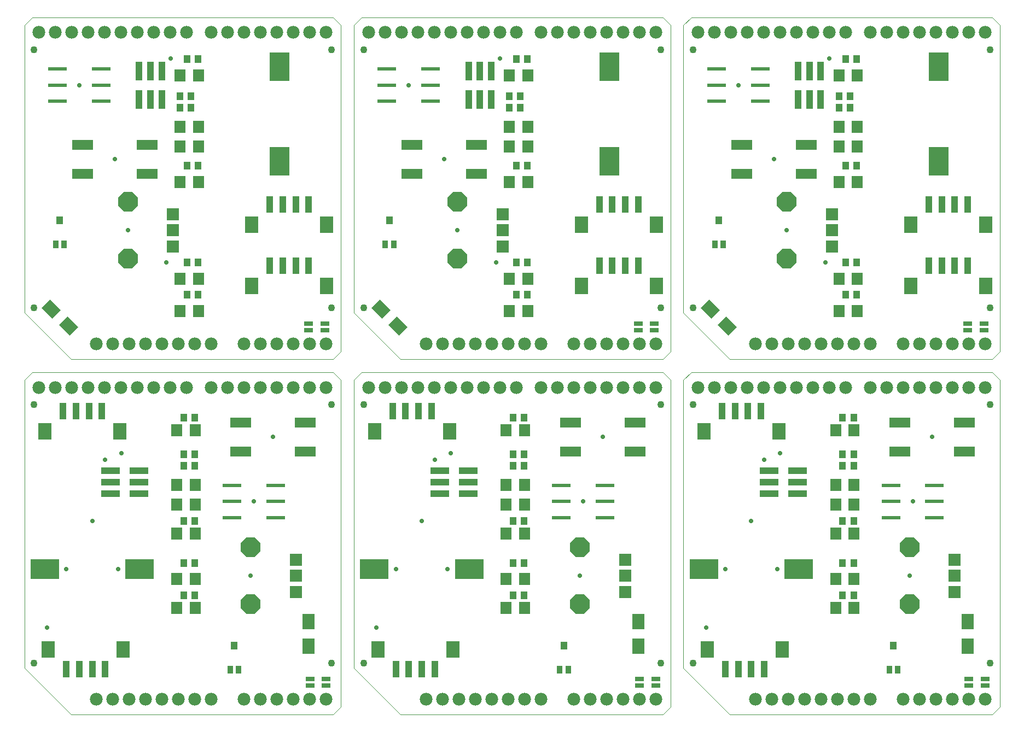
<source format=gts>
G75*
%MOIN*%
%OFA0B0*%
%FSLAX25Y25*%
%IPPOS*%
%LPD*%
%AMOC8*
5,1,8,0,0,1.08239X$1,22.5*
%
%ADD10C,0.00004*%
%ADD11R,0.07290X0.09258*%
%ADD12R,0.11424X0.04337*%
%ADD13R,0.06699X0.07498*%
%ADD14R,0.12605X0.05912*%
%ADD15R,0.17723X0.12211*%
%ADD16R,0.05400X0.02900*%
%ADD17R,0.11227X0.02369*%
%ADD18R,0.07800X0.07800*%
%ADD19OC8,0.12211*%
%ADD20R,0.04337X0.04731*%
%ADD21R,0.04337X0.10243*%
%ADD22R,0.08274X0.10243*%
%ADD23C,0.07800*%
%ADD24C,0.04337*%
%ADD25C,0.02900*%
%ADD26R,0.03550X0.04731*%
%ADD27R,0.09258X0.07290*%
%ADD28R,0.04337X0.11424*%
%ADD29R,0.12211X0.17723*%
D10*
X0036043Y0037220D02*
X0064390Y0008874D01*
X0224232Y0008874D01*
X0228957Y0013598D01*
X0228957Y0212811D01*
X0224232Y0217535D01*
X0040768Y0217535D01*
X0036043Y0212811D01*
X0036043Y0037220D01*
X0236831Y0037220D02*
X0265177Y0008874D01*
X0425020Y0008874D01*
X0429744Y0013598D01*
X0429744Y0212811D01*
X0425020Y0217535D01*
X0241555Y0217535D01*
X0236831Y0212811D01*
X0236831Y0037220D01*
X0437618Y0037220D02*
X0465965Y0008874D01*
X0625807Y0008874D01*
X0630531Y0013598D01*
X0630531Y0212811D01*
X0625807Y0217535D01*
X0442343Y0217535D01*
X0437618Y0212811D01*
X0437618Y0037220D01*
X0425020Y0225409D02*
X0265177Y0225409D01*
X0236831Y0253756D01*
X0236831Y0429346D01*
X0241555Y0434071D01*
X0425020Y0434071D01*
X0429744Y0429346D01*
X0429744Y0230134D01*
X0425020Y0225409D01*
X0437618Y0253756D02*
X0465965Y0225409D01*
X0625807Y0225409D01*
X0630531Y0230134D01*
X0630531Y0429346D01*
X0625807Y0434071D01*
X0442343Y0434071D01*
X0437618Y0429346D01*
X0437618Y0253756D01*
X0228957Y0230134D02*
X0224232Y0225409D01*
X0064390Y0225409D01*
X0036043Y0253756D01*
X0036043Y0429346D01*
X0040768Y0434071D01*
X0224232Y0434071D01*
X0228957Y0429346D01*
X0228957Y0230134D01*
D11*
X0209272Y0065469D03*
X0209272Y0050705D03*
X0410059Y0050705D03*
X0410059Y0065469D03*
X0610846Y0065469D03*
X0610846Y0050705D03*
D12*
X0507303Y0143717D03*
X0507303Y0150606D03*
X0507303Y0157496D03*
X0489980Y0157496D03*
X0489980Y0150606D03*
X0489980Y0143717D03*
X0306516Y0143717D03*
X0306516Y0150606D03*
X0306516Y0157496D03*
X0289193Y0157496D03*
X0289193Y0150606D03*
X0289193Y0143717D03*
X0105728Y0143717D03*
X0105728Y0150606D03*
X0105728Y0157496D03*
X0088406Y0157496D03*
X0088406Y0150606D03*
X0088406Y0143717D03*
D13*
X0128870Y0148835D03*
X0140067Y0148835D03*
X0140067Y0136827D03*
X0128870Y0136827D03*
X0128870Y0119110D03*
X0140067Y0119110D03*
X0140067Y0091551D03*
X0128870Y0091551D03*
X0128870Y0073835D03*
X0140067Y0073835D03*
X0140067Y0182102D03*
X0128870Y0182102D03*
X0130839Y0254937D03*
X0142035Y0254937D03*
X0142035Y0274622D03*
X0130839Y0274622D03*
X0130839Y0333677D03*
X0142035Y0333677D03*
X0142035Y0355331D03*
X0130839Y0355331D03*
X0130839Y0367339D03*
X0142035Y0367339D03*
X0142035Y0398638D03*
X0130839Y0398638D03*
X0331626Y0398638D03*
X0342823Y0398638D03*
X0342823Y0367339D03*
X0331626Y0367339D03*
X0331626Y0355331D03*
X0342823Y0355331D03*
X0342823Y0333677D03*
X0331626Y0333677D03*
X0331626Y0274622D03*
X0342823Y0274622D03*
X0342823Y0254937D03*
X0331626Y0254937D03*
X0329657Y0182102D03*
X0340854Y0182102D03*
X0340854Y0148835D03*
X0329657Y0148835D03*
X0329657Y0136827D03*
X0340854Y0136827D03*
X0340854Y0119110D03*
X0329657Y0119110D03*
X0329657Y0091551D03*
X0340854Y0091551D03*
X0340854Y0073835D03*
X0329657Y0073835D03*
X0530445Y0073835D03*
X0541642Y0073835D03*
X0541642Y0091551D03*
X0530445Y0091551D03*
X0530445Y0119110D03*
X0541642Y0119110D03*
X0541642Y0136827D03*
X0530445Y0136827D03*
X0530445Y0148835D03*
X0541642Y0148835D03*
X0541642Y0182102D03*
X0530445Y0182102D03*
X0532413Y0254937D03*
X0543610Y0254937D03*
X0543610Y0274622D03*
X0532413Y0274622D03*
X0532413Y0333677D03*
X0543610Y0333677D03*
X0543610Y0355331D03*
X0532413Y0355331D03*
X0532413Y0367339D03*
X0543610Y0367339D03*
X0543610Y0398638D03*
X0532413Y0398638D03*
D14*
X0512421Y0356315D03*
X0512421Y0338598D03*
X0473051Y0338598D03*
X0473051Y0356315D03*
X0311634Y0356315D03*
X0311634Y0338598D03*
X0272264Y0338598D03*
X0272264Y0356315D03*
X0110846Y0356315D03*
X0110846Y0338598D03*
X0071476Y0338598D03*
X0071476Y0356315D03*
X0167933Y0187024D03*
X0167933Y0169307D03*
X0207303Y0169307D03*
X0207303Y0187024D03*
X0368720Y0187024D03*
X0368720Y0169307D03*
X0408091Y0169307D03*
X0408091Y0187024D03*
X0569508Y0187024D03*
X0569508Y0169307D03*
X0608878Y0169307D03*
X0608878Y0187024D03*
D15*
X0507894Y0097457D03*
X0450020Y0097457D03*
X0307106Y0097457D03*
X0249232Y0097457D03*
X0106319Y0097457D03*
X0048445Y0097457D03*
D16*
X0210059Y0030559D03*
X0210059Y0026559D03*
X0219902Y0026559D03*
X0219902Y0030559D03*
X0410846Y0030559D03*
X0410846Y0026559D03*
X0420689Y0026559D03*
X0420689Y0030559D03*
X0611634Y0030559D03*
X0611634Y0026559D03*
X0621476Y0026559D03*
X0621476Y0030559D03*
X0620689Y0243094D03*
X0620689Y0247094D03*
X0610846Y0247094D03*
X0610846Y0243094D03*
X0419902Y0243094D03*
X0419902Y0247094D03*
X0410059Y0247094D03*
X0410059Y0243094D03*
X0219114Y0243094D03*
X0219114Y0247094D03*
X0209272Y0247094D03*
X0209272Y0243094D03*
D17*
X0189094Y0148638D03*
X0189094Y0138795D03*
X0189094Y0128953D03*
X0162520Y0128953D03*
X0162520Y0138795D03*
X0162520Y0148638D03*
X0363307Y0148638D03*
X0363307Y0138795D03*
X0363307Y0128953D03*
X0389882Y0128953D03*
X0389882Y0138795D03*
X0389882Y0148638D03*
X0564094Y0148638D03*
X0564094Y0138795D03*
X0564094Y0128953D03*
X0590669Y0128953D03*
X0590669Y0138795D03*
X0590669Y0148638D03*
X0484370Y0382890D03*
X0484370Y0392732D03*
X0484370Y0402575D03*
X0457795Y0402575D03*
X0457795Y0392732D03*
X0457795Y0382890D03*
X0283583Y0382890D03*
X0283583Y0392732D03*
X0283583Y0402575D03*
X0257008Y0402575D03*
X0257008Y0392732D03*
X0257008Y0382890D03*
X0082795Y0382890D03*
X0082795Y0392732D03*
X0082795Y0402575D03*
X0056220Y0402575D03*
X0056220Y0392732D03*
X0056220Y0382890D03*
D18*
X0126594Y0313992D03*
X0126594Y0304150D03*
X0126594Y0294307D03*
X0327382Y0294307D03*
X0327382Y0304150D03*
X0327382Y0313992D03*
X0528169Y0313992D03*
X0528169Y0304150D03*
X0528169Y0294307D03*
X0602972Y0103362D03*
X0602972Y0093520D03*
X0602972Y0083677D03*
X0402185Y0083677D03*
X0402185Y0093520D03*
X0402185Y0103362D03*
X0201398Y0103362D03*
X0201398Y0093520D03*
X0201398Y0083677D03*
D19*
X0173839Y0076197D03*
X0173839Y0110843D03*
X0374626Y0110843D03*
X0374626Y0076197D03*
X0575413Y0076197D03*
X0575413Y0110843D03*
X0500610Y0286827D03*
X0500610Y0321472D03*
X0299823Y0321472D03*
X0299823Y0286827D03*
X0099035Y0286827D03*
X0099035Y0321472D03*
D20*
X0135059Y0343520D03*
X0141752Y0343520D03*
X0137531Y0378953D03*
X0130839Y0378953D03*
X0130839Y0386039D03*
X0137531Y0386039D03*
X0135059Y0408480D03*
X0141752Y0408480D03*
X0057657Y0310094D03*
X0135059Y0284465D03*
X0141752Y0284465D03*
X0141752Y0264780D03*
X0135059Y0264780D03*
X0133091Y0189976D03*
X0139783Y0189976D03*
X0139783Y0167535D03*
X0133091Y0167535D03*
X0133091Y0160449D03*
X0139783Y0160449D03*
X0139783Y0126984D03*
X0133091Y0126984D03*
X0133091Y0101394D03*
X0139783Y0101394D03*
X0139783Y0081709D03*
X0133091Y0081709D03*
X0163957Y0051039D03*
X0333878Y0081709D03*
X0340571Y0081709D03*
X0340571Y0101394D03*
X0333878Y0101394D03*
X0333878Y0126984D03*
X0340571Y0126984D03*
X0340571Y0160449D03*
X0333878Y0160449D03*
X0333878Y0167535D03*
X0340571Y0167535D03*
X0340571Y0189976D03*
X0333878Y0189976D03*
X0335846Y0264780D03*
X0342539Y0264780D03*
X0342539Y0284465D03*
X0335846Y0284465D03*
X0258445Y0310094D03*
X0335846Y0343520D03*
X0342539Y0343520D03*
X0338319Y0378953D03*
X0331626Y0378953D03*
X0331626Y0386039D03*
X0338319Y0386039D03*
X0335846Y0408480D03*
X0342539Y0408480D03*
X0459232Y0310094D03*
X0536634Y0284465D03*
X0543327Y0284465D03*
X0543327Y0264780D03*
X0536634Y0264780D03*
X0534665Y0189976D03*
X0541358Y0189976D03*
X0541358Y0167535D03*
X0534665Y0167535D03*
X0534665Y0160449D03*
X0541358Y0160449D03*
X0541358Y0126984D03*
X0534665Y0126984D03*
X0534665Y0101394D03*
X0541358Y0101394D03*
X0541358Y0081709D03*
X0534665Y0081709D03*
X0565531Y0051039D03*
X0364744Y0051039D03*
X0536634Y0343520D03*
X0543327Y0343520D03*
X0539106Y0378953D03*
X0532413Y0378953D03*
X0532413Y0386039D03*
X0539106Y0386039D03*
X0536634Y0408480D03*
X0543327Y0408480D03*
D21*
X0587224Y0319898D03*
X0595098Y0319898D03*
X0602972Y0319898D03*
X0610846Y0319898D03*
X0610846Y0282496D03*
X0602972Y0282496D03*
X0595098Y0282496D03*
X0587224Y0282496D03*
X0484862Y0193913D03*
X0476988Y0193913D03*
X0469114Y0193913D03*
X0461240Y0193913D03*
X0410059Y0282496D03*
X0402185Y0282496D03*
X0394311Y0282496D03*
X0386437Y0282496D03*
X0386437Y0319898D03*
X0394311Y0319898D03*
X0402185Y0319898D03*
X0410059Y0319898D03*
X0284075Y0193913D03*
X0276201Y0193913D03*
X0268327Y0193913D03*
X0260453Y0193913D03*
X0209272Y0282496D03*
X0201398Y0282496D03*
X0193524Y0282496D03*
X0185650Y0282496D03*
X0185650Y0319898D03*
X0193524Y0319898D03*
X0201398Y0319898D03*
X0209272Y0319898D03*
X0083287Y0193913D03*
X0075413Y0193913D03*
X0067539Y0193913D03*
X0059665Y0193913D03*
X0061634Y0036433D03*
X0069508Y0036433D03*
X0077382Y0036433D03*
X0085256Y0036433D03*
X0262421Y0036433D03*
X0270295Y0036433D03*
X0278169Y0036433D03*
X0286043Y0036433D03*
X0463209Y0036433D03*
X0471083Y0036433D03*
X0478957Y0036433D03*
X0486831Y0036433D03*
D22*
X0497854Y0048728D03*
X0452185Y0048728D03*
X0297067Y0048728D03*
X0251398Y0048728D03*
X0096280Y0048728D03*
X0050610Y0048728D03*
X0048642Y0181618D03*
X0094311Y0181618D03*
X0174626Y0270201D03*
X0220295Y0270201D03*
X0220295Y0307602D03*
X0174626Y0307602D03*
X0249429Y0181618D03*
X0295098Y0181618D03*
X0375413Y0270201D03*
X0421083Y0270201D03*
X0421083Y0307602D03*
X0375413Y0307602D03*
X0450217Y0181618D03*
X0495886Y0181618D03*
X0576201Y0270201D03*
X0621870Y0270201D03*
X0621870Y0307602D03*
X0576201Y0307602D03*
D23*
X0571575Y0234740D03*
X0581575Y0234740D03*
X0591575Y0234740D03*
X0601575Y0234740D03*
X0611575Y0234740D03*
X0621575Y0234740D03*
X0621575Y0208205D03*
X0611575Y0208205D03*
X0601575Y0208205D03*
X0591575Y0208205D03*
X0581575Y0208205D03*
X0571575Y0208205D03*
X0561575Y0208205D03*
X0551575Y0208205D03*
X0536575Y0208205D03*
X0526575Y0208205D03*
X0516575Y0208205D03*
X0506575Y0208205D03*
X0496575Y0208205D03*
X0486575Y0208205D03*
X0476575Y0208205D03*
X0466575Y0208205D03*
X0456575Y0208205D03*
X0446575Y0208205D03*
X0420787Y0208205D03*
X0410787Y0208205D03*
X0400787Y0208205D03*
X0390787Y0208205D03*
X0380787Y0208205D03*
X0370787Y0208205D03*
X0360787Y0208205D03*
X0350787Y0208205D03*
X0335787Y0208205D03*
X0325787Y0208205D03*
X0315787Y0208205D03*
X0305787Y0208205D03*
X0295787Y0208205D03*
X0285787Y0208205D03*
X0275787Y0208205D03*
X0265787Y0208205D03*
X0255787Y0208205D03*
X0245787Y0208205D03*
X0220000Y0208205D03*
X0210000Y0208205D03*
X0200000Y0208205D03*
X0190000Y0208205D03*
X0180000Y0208205D03*
X0170000Y0208205D03*
X0160000Y0208205D03*
X0150000Y0208205D03*
X0135000Y0208205D03*
X0125000Y0208205D03*
X0115000Y0208205D03*
X0105000Y0208205D03*
X0095000Y0208205D03*
X0085000Y0208205D03*
X0075000Y0208205D03*
X0065000Y0208205D03*
X0055000Y0208205D03*
X0045000Y0208205D03*
X0080000Y0234740D03*
X0090000Y0234740D03*
X0100000Y0234740D03*
X0110000Y0234740D03*
X0120000Y0234740D03*
X0130000Y0234740D03*
X0140000Y0234740D03*
X0150000Y0234740D03*
X0170000Y0234740D03*
X0180000Y0234740D03*
X0190000Y0234740D03*
X0200000Y0234740D03*
X0210000Y0234740D03*
X0220000Y0234740D03*
X0280787Y0234740D03*
X0290787Y0234740D03*
X0300787Y0234740D03*
X0310787Y0234740D03*
X0320787Y0234740D03*
X0330787Y0234740D03*
X0340787Y0234740D03*
X0350787Y0234740D03*
X0370787Y0234740D03*
X0380787Y0234740D03*
X0390787Y0234740D03*
X0400787Y0234740D03*
X0410787Y0234740D03*
X0420787Y0234740D03*
X0481575Y0234740D03*
X0491575Y0234740D03*
X0501575Y0234740D03*
X0511575Y0234740D03*
X0521575Y0234740D03*
X0531575Y0234740D03*
X0541575Y0234740D03*
X0551575Y0234740D03*
X0551575Y0424740D03*
X0561575Y0424740D03*
X0571575Y0424740D03*
X0581575Y0424740D03*
X0591575Y0424740D03*
X0601575Y0424740D03*
X0611575Y0424740D03*
X0621575Y0424740D03*
X0536575Y0424740D03*
X0526575Y0424740D03*
X0516575Y0424740D03*
X0506575Y0424740D03*
X0496575Y0424740D03*
X0486575Y0424740D03*
X0476575Y0424740D03*
X0466575Y0424740D03*
X0456575Y0424740D03*
X0446575Y0424740D03*
X0420787Y0424740D03*
X0410787Y0424740D03*
X0400787Y0424740D03*
X0390787Y0424740D03*
X0380787Y0424740D03*
X0370787Y0424740D03*
X0360787Y0424740D03*
X0350787Y0424740D03*
X0335787Y0424740D03*
X0325787Y0424740D03*
X0315787Y0424740D03*
X0305787Y0424740D03*
X0295787Y0424740D03*
X0285787Y0424740D03*
X0275787Y0424740D03*
X0265787Y0424740D03*
X0255787Y0424740D03*
X0245787Y0424740D03*
X0220000Y0424740D03*
X0210000Y0424740D03*
X0200000Y0424740D03*
X0190000Y0424740D03*
X0180000Y0424740D03*
X0170000Y0424740D03*
X0160000Y0424740D03*
X0150000Y0424740D03*
X0135000Y0424740D03*
X0125000Y0424740D03*
X0115000Y0424740D03*
X0105000Y0424740D03*
X0095000Y0424740D03*
X0085000Y0424740D03*
X0075000Y0424740D03*
X0065000Y0424740D03*
X0055000Y0424740D03*
X0045000Y0424740D03*
X0080000Y0018205D03*
X0090000Y0018205D03*
X0100000Y0018205D03*
X0110000Y0018205D03*
X0120000Y0018205D03*
X0130000Y0018205D03*
X0140000Y0018205D03*
X0150000Y0018205D03*
X0170000Y0018205D03*
X0180000Y0018205D03*
X0190000Y0018205D03*
X0200000Y0018205D03*
X0210000Y0018205D03*
X0220000Y0018205D03*
X0280787Y0018205D03*
X0290787Y0018205D03*
X0300787Y0018205D03*
X0310787Y0018205D03*
X0320787Y0018205D03*
X0330787Y0018205D03*
X0340787Y0018205D03*
X0350787Y0018205D03*
X0370787Y0018205D03*
X0380787Y0018205D03*
X0390787Y0018205D03*
X0400787Y0018205D03*
X0410787Y0018205D03*
X0420787Y0018205D03*
X0481575Y0018205D03*
X0491575Y0018205D03*
X0501575Y0018205D03*
X0511575Y0018205D03*
X0521575Y0018205D03*
X0531575Y0018205D03*
X0541575Y0018205D03*
X0551575Y0018205D03*
X0571575Y0018205D03*
X0581575Y0018205D03*
X0591575Y0018205D03*
X0601575Y0018205D03*
X0611575Y0018205D03*
X0621575Y0018205D03*
D24*
X0624626Y0040370D03*
X0443524Y0040370D03*
X0423839Y0040370D03*
X0242736Y0040370D03*
X0223051Y0040370D03*
X0041949Y0040370D03*
X0041949Y0197850D03*
X0041949Y0256906D03*
X0223051Y0256906D03*
X0242736Y0256906D03*
X0242736Y0197850D03*
X0223051Y0197850D03*
X0423839Y0197850D03*
X0443524Y0197850D03*
X0443524Y0256906D03*
X0423839Y0256906D03*
X0624626Y0256906D03*
X0624626Y0197850D03*
X0624626Y0414386D03*
X0443524Y0414386D03*
X0423839Y0414386D03*
X0242736Y0414386D03*
X0223051Y0414386D03*
X0041949Y0414386D03*
D25*
X0069508Y0392732D03*
X0125035Y0408984D03*
X0091161Y0347457D03*
X0099035Y0304150D03*
X0122657Y0284465D03*
X0187618Y0178165D03*
X0175807Y0138795D03*
X0173839Y0093520D03*
X0250610Y0062024D03*
X0262421Y0097457D03*
X0293917Y0097457D03*
X0278169Y0126984D03*
X0286043Y0164386D03*
X0295886Y0168323D03*
X0376594Y0138795D03*
X0388406Y0178165D03*
X0478957Y0126984D03*
X0494705Y0097457D03*
X0463209Y0097457D03*
X0451398Y0062024D03*
X0374626Y0093520D03*
X0486831Y0164386D03*
X0496673Y0168323D03*
X0577382Y0138795D03*
X0589193Y0178165D03*
X0575413Y0093520D03*
X0524232Y0284465D03*
X0500610Y0304150D03*
X0492736Y0347457D03*
X0471083Y0392732D03*
X0526610Y0408984D03*
X0325823Y0408984D03*
X0270295Y0392732D03*
X0291949Y0347457D03*
X0299823Y0304150D03*
X0323445Y0284465D03*
X0095098Y0168323D03*
X0085256Y0164386D03*
X0077382Y0126984D03*
X0093130Y0097457D03*
X0061634Y0097457D03*
X0049823Y0062024D03*
D26*
X0161437Y0036354D03*
X0166555Y0036354D03*
X0362224Y0036354D03*
X0367343Y0036354D03*
X0563012Y0036354D03*
X0568130Y0036354D03*
X0461831Y0295409D03*
X0456713Y0295409D03*
X0261043Y0295409D03*
X0255925Y0295409D03*
X0060256Y0295409D03*
X0055138Y0295409D03*
D27*
G36*
X0051782Y0262070D02*
X0058327Y0255525D01*
X0053172Y0250370D01*
X0046627Y0256915D01*
X0051782Y0262070D01*
G37*
G36*
X0062222Y0251630D02*
X0068767Y0245085D01*
X0063612Y0239930D01*
X0057067Y0246475D01*
X0062222Y0251630D01*
G37*
G36*
X0252569Y0262070D02*
X0259114Y0255525D01*
X0253959Y0250370D01*
X0247414Y0256915D01*
X0252569Y0262070D01*
G37*
G36*
X0263009Y0251630D02*
X0269554Y0245085D01*
X0264399Y0239930D01*
X0257854Y0246475D01*
X0263009Y0251630D01*
G37*
G36*
X0453357Y0262070D02*
X0459902Y0255525D01*
X0454747Y0250370D01*
X0448202Y0256915D01*
X0453357Y0262070D01*
G37*
G36*
X0463796Y0251630D02*
X0470341Y0245085D01*
X0465186Y0239930D01*
X0458641Y0246475D01*
X0463796Y0251630D01*
G37*
D28*
X0507500Y0384071D03*
X0514390Y0384071D03*
X0521280Y0384071D03*
X0521280Y0401394D03*
X0514390Y0401394D03*
X0507500Y0401394D03*
X0320492Y0401394D03*
X0313602Y0401394D03*
X0306713Y0401394D03*
X0306713Y0384071D03*
X0313602Y0384071D03*
X0320492Y0384071D03*
X0119705Y0384071D03*
X0112815Y0384071D03*
X0105925Y0384071D03*
X0105925Y0401394D03*
X0112815Y0401394D03*
X0119705Y0401394D03*
D29*
X0191555Y0403953D03*
X0191555Y0346079D03*
X0392343Y0346079D03*
X0392343Y0403953D03*
X0593130Y0403953D03*
X0593130Y0346079D03*
M02*

</source>
